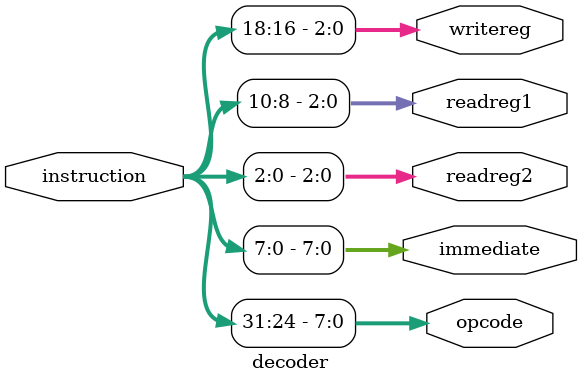
<source format=v>
module decoder(instruction, opcode, immediate, readreg2, readreg1, writereg);
    input [31:0] instruction;
    output reg [7:0] opcode, immediate;
    output reg [2:0] readreg2, readreg1, writereg;


always @ (instruction)
begin
    /*
     opcode bits    31-24
     RD/immediate   23-16 (immediate value for the jump instruction)
     RT bits        15-8
     RS/immediate   7-0 
    */
    opcode = instruction[31:24];
    writereg = instruction[18:16]; // Adjusting to the correct bits for RD as per updated comment
    readreg1 = instruction[10:8]; // Adjusting to the correct bits for RT
    readreg2 = instruction[2:0]; // Adjusting to the correct bits for RS
    immediate = instruction[7:0]; // Using the least significant 8 bits as immediate
end

endmodule

</source>
